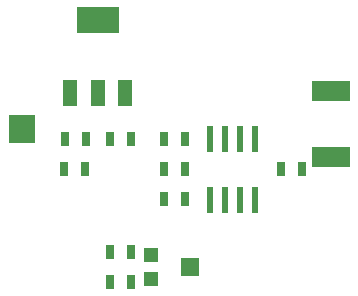
<source format=gtp>
G75*
G70*
%OFA0B0*%
%FSLAX24Y24*%
%IPPOS*%
%LPD*%
%AMOC8*
5,1,8,0,0,1.08239X$1,22.5*
%
%ADD10R,0.1260X0.0709*%
%ADD11R,0.0315X0.0472*%
%ADD12R,0.0472X0.0472*%
%ADD13R,0.0591X0.0630*%
%ADD14R,0.0236X0.0866*%
%ADD15R,0.0480X0.0880*%
%ADD16R,0.1417X0.0866*%
%ADD17R,0.0500X0.0250*%
%ADD18R,0.0900X0.0960*%
D10*
X019739Y007498D03*
X019739Y009702D03*
D11*
X010850Y007100D03*
X011559Y007100D03*
X011579Y008100D03*
X010871Y008100D03*
X012371Y008100D03*
X013079Y008100D03*
X014174Y008100D03*
X014882Y008100D03*
X014882Y007100D03*
X014174Y007100D03*
X014174Y006100D03*
X014882Y006100D03*
X013079Y004350D03*
X012371Y004350D03*
X012371Y003350D03*
X013079Y003350D03*
X018077Y007100D03*
X018786Y007100D03*
D12*
X013766Y004244D03*
X013766Y003456D03*
D13*
X015046Y003850D03*
D14*
X015725Y006076D03*
X016225Y006076D03*
X016725Y006076D03*
X017225Y006076D03*
X017225Y008124D03*
X016725Y008124D03*
X016225Y008124D03*
X015725Y008124D03*
D15*
X012885Y009630D03*
X011975Y009630D03*
X011065Y009630D03*
D16*
X011975Y012070D03*
D17*
X009452Y008607D03*
X009452Y008282D03*
D18*
X009452Y008444D03*
M02*

</source>
